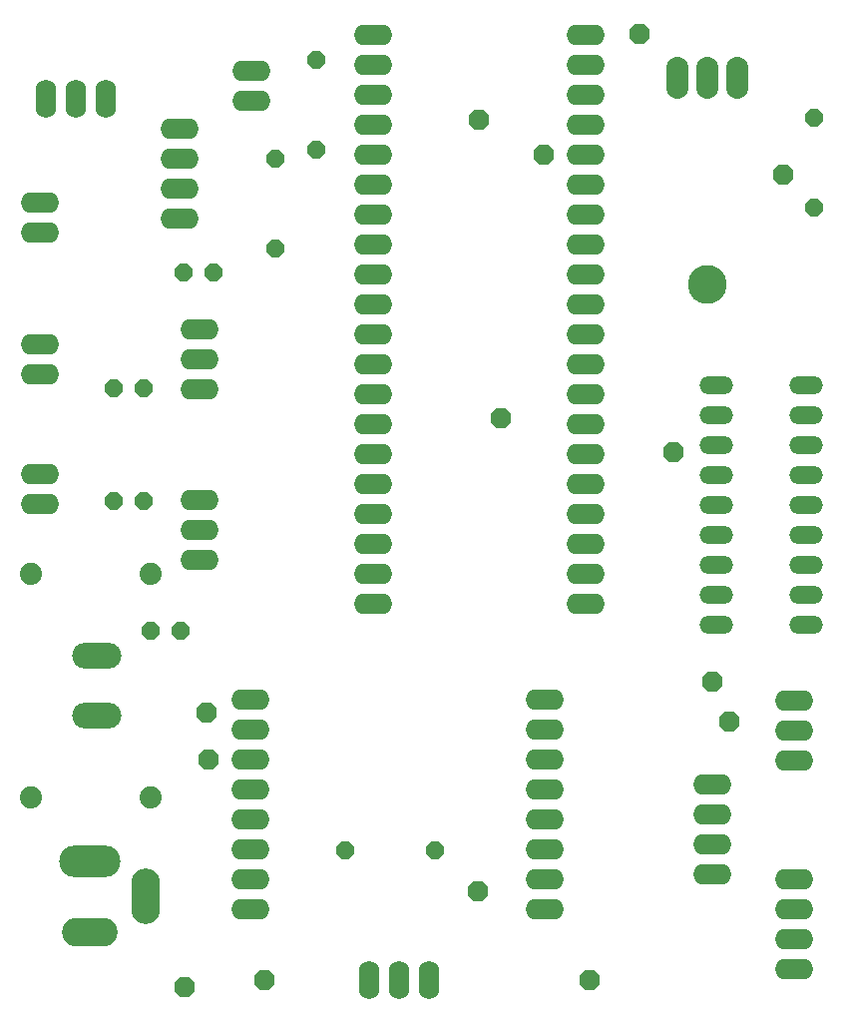
<source format=gbr>
%TF.GenerationSoftware,KiCad,Pcbnew,9.0.2*%
%TF.CreationDate,2025-06-17T11:42:24-05:00*%
%TF.ProjectId,board1,626f6172-6431-42e6-9b69-6361645f7063,rev?*%
%TF.SameCoordinates,Original*%
%TF.FileFunction,Soldermask,Bot*%
%TF.FilePolarity,Negative*%
%FSLAX46Y46*%
G04 Gerber Fmt 4.6, Leading zero omitted, Abs format (unit mm)*
G04 Created by KiCad (PCBNEW 9.0.2) date 2025-06-17 11:42:24*
%MOMM*%
%LPD*%
G01*
G04 APERTURE LIST*
G04 Aperture macros list*
%AMFreePoly0*
4,1,25,0.375350,0.844196,0.387473,0.833842,0.833842,0.387473,0.862349,0.331525,0.863600,0.315631,0.863600,-0.315631,0.844196,-0.375350,0.833842,-0.387473,0.387473,-0.833842,0.331525,-0.862349,0.315631,-0.863600,-0.315631,-0.863600,-0.375350,-0.844196,-0.387473,-0.833842,-0.833842,-0.387473,-0.862349,-0.331525,-0.863600,-0.315631,-0.863600,0.315631,-0.844196,0.375350,-0.833842,0.387473,
-0.387473,0.833842,-0.331525,0.862349,-0.315631,0.863600,0.315631,0.863600,0.375350,0.844196,0.375350,0.844196,$1*%
%AMFreePoly1*
4,1,25,0.333266,0.742596,0.345389,0.732242,0.732242,0.345389,0.760749,0.289441,0.762000,0.273547,0.762000,-0.273547,0.742596,-0.333266,0.732242,-0.345389,0.345389,-0.732242,0.289441,-0.760749,0.273547,-0.762000,-0.273547,-0.762000,-0.333266,-0.742596,-0.345389,-0.732242,-0.732242,-0.345389,-0.760749,-0.289441,-0.762000,-0.273547,-0.762000,0.273547,-0.742596,0.333266,-0.732242,0.345389,
-0.345389,0.732242,-0.289441,0.760749,-0.273547,0.762000,0.273547,0.762000,0.333266,0.742596,0.333266,0.742596,$1*%
G04 Aperture macros list end*
%ADD10O,3.251200X1.727200*%
%ADD11FreePoly0,0.000000*%
%ADD12FreePoly1,180.000000*%
%ADD13O,5.203200X2.703200*%
%ADD14O,4.703200X2.453200*%
%ADD15O,2.453200X4.703200*%
%ADD16O,2.844800X1.524000*%
%ADD17FreePoly1,90.000000*%
%ADD18FreePoly1,270.000000*%
%ADD19C,1.879600*%
%ADD20O,4.165600X2.184400*%
%ADD21O,1.727200X3.251200*%
%ADD22C,3.302000*%
%ADD23O,1.879600X3.556000*%
G04 APERTURE END LIST*
D10*
%TO.C,REG5V0*%
X129541100Y-97543600D03*
X129541100Y-95003600D03*
X129541100Y-92463600D03*
%TD*%
%TO.C,REG9V0*%
X129541100Y-112043600D03*
X129541100Y-109503600D03*
X129541100Y-106963600D03*
%TD*%
%TO.C,I2C_OUT0*%
X127821100Y-75433600D03*
X127821100Y-77973600D03*
X127821100Y-80513600D03*
X127821100Y-83053600D03*
%TD*%
D11*
%TO.C,VMIC2*%
X179081100Y-79383600D03*
%TD*%
%TO.C,GND1*%
X130101100Y-125023600D03*
%TD*%
D12*
%TO.C,R4*%
X149511100Y-136703600D03*
X141891100Y-136703600D03*
%TD*%
D10*
%TO.C,PWR_BNK0*%
X116001100Y-81733600D03*
X116001100Y-84273600D03*
%TD*%
D13*
%TO.C,UNK12_V0*%
X120201100Y-137603600D03*
D14*
X120201100Y-143603600D03*
D15*
X124901100Y-140603600D03*
%TD*%
D12*
%TO.C,C2*%
X127871100Y-118003600D03*
X125331100Y-118003600D03*
%TD*%
D11*
%TO.C,VCC1*%
X166881100Y-67423600D03*
%TD*%
D10*
%TO.C,_0*%
X133801100Y-123853600D03*
X133801100Y-126393600D03*
X133801100Y-128933600D03*
X133801100Y-131473600D03*
X133801100Y-134013600D03*
X133801100Y-136553600D03*
X133801100Y-139093600D03*
X133801100Y-141633600D03*
%TD*%
D16*
%TO.C,PIC0*%
X180981100Y-117493600D03*
X180981100Y-114953600D03*
X180981100Y-112413600D03*
X180981100Y-109873600D03*
X180981100Y-107333600D03*
X180981100Y-104793600D03*
X180981100Y-102253600D03*
X180981100Y-99713600D03*
X180981100Y-97173600D03*
X173361100Y-97173600D03*
X173361100Y-99713600D03*
X173361100Y-102253600D03*
X173361100Y-104793600D03*
X173361100Y-107333600D03*
X173361100Y-109873600D03*
X173361100Y-112413600D03*
X173361100Y-114953600D03*
X173361100Y-117493600D03*
%TD*%
D11*
%TO.C,UNK3V32*%
X158681100Y-77663600D03*
%TD*%
D12*
%TO.C,C4*%
X130671100Y-87603600D03*
X128131100Y-87603600D03*
%TD*%
D11*
%TO.C,D0_1*%
X155101100Y-100003600D03*
%TD*%
D17*
%TO.C,R3*%
X135941100Y-85633600D03*
X135941100Y-78013600D03*
%TD*%
D11*
%TO.C,GND5*%
X128201100Y-148303600D03*
%TD*%
D10*
%TO.C,.0*%
X162241100Y-67453600D03*
X162241100Y-69993600D03*
X162241100Y-72533600D03*
X162241100Y-75073600D03*
X162241100Y-77613600D03*
X162241100Y-80153600D03*
X162241100Y-82693600D03*
X162241100Y-85233600D03*
X162241100Y-87773600D03*
X162241100Y-90313600D03*
X162241100Y-92853600D03*
X162241100Y-95393600D03*
X162241100Y-97933600D03*
X162241100Y-100473600D03*
X162241100Y-103013600D03*
X162241100Y-105553600D03*
X162241100Y-108093600D03*
X162241100Y-110633600D03*
X162241100Y-113173600D03*
X162241100Y-115713600D03*
%TD*%
D17*
%TO.C,R2*%
X139441100Y-77233600D03*
X139441100Y-69613600D03*
%TD*%
D11*
%TO.C,VCC2*%
X169761100Y-102883600D03*
%TD*%
D10*
%TO.C,V+0*%
X173001100Y-131093600D03*
X173001100Y-133633600D03*
X173001100Y-136173600D03*
X173001100Y-138713600D03*
%TD*%
D18*
%TO.C,R1*%
X181701100Y-74493600D03*
X181701100Y-82113600D03*
%TD*%
D10*
%TO.C,LORA0*%
X158801100Y-123853600D03*
X158801100Y-126393600D03*
X158801100Y-128933600D03*
X158801100Y-131473600D03*
X158801100Y-134013600D03*
X158801100Y-136553600D03*
X158801100Y-139093600D03*
X158801100Y-141633600D03*
%TD*%
D11*
%TO.C,GND2*%
X174501100Y-125703600D03*
%TD*%
D19*
%TO.C,D2*%
X115221100Y-113203600D03*
X125381100Y-113203600D03*
%TD*%
D11*
%TO.C,GND4*%
X153201100Y-74703600D03*
%TD*%
%TO.C,D0_2*%
X153101100Y-140103600D03*
%TD*%
%TO.C,VMIC1*%
X173041100Y-122383600D03*
%TD*%
D10*
%TO.C,RX0*%
X180001100Y-139093600D03*
X180001100Y-141633600D03*
X180001100Y-144173600D03*
X180001100Y-146713600D03*
%TD*%
D11*
%TO.C,UNK3V1*%
X135001100Y-147703600D03*
%TD*%
D10*
%TO.C,V_BAT0*%
X116001100Y-93733600D03*
X116001100Y-96273600D03*
%TD*%
D12*
%TO.C,C1*%
X124771100Y-107003600D03*
X122231100Y-107003600D03*
%TD*%
D10*
%TO.C,A0*%
X180001100Y-123963600D03*
X180001100Y-126503600D03*
X180001100Y-129043600D03*
%TD*%
D20*
%TO.C,V_IN0*%
X120801100Y-120174400D03*
X120801100Y-125203600D03*
%TD*%
D10*
%TO.C,TEST0*%
X133941100Y-70553600D03*
X133941100Y-73093600D03*
%TD*%
D12*
%TO.C,C3*%
X124771100Y-97503600D03*
X122231100Y-97503600D03*
%TD*%
D11*
%TO.C,UNK3V31*%
X130281100Y-128923600D03*
%TD*%
D21*
%TO.C,TMP0*%
X143861100Y-147703600D03*
X146401100Y-147703600D03*
X148941100Y-147703600D03*
%TD*%
D11*
%TO.C,GND3*%
X162601100Y-147703600D03*
%TD*%
D19*
%TO.C,D1*%
X115221100Y-132203600D03*
X125381100Y-132203600D03*
%TD*%
D21*
%TO.C,V_SEL0*%
X121541100Y-72903600D03*
X119001100Y-72903600D03*
X116461100Y-72903600D03*
%TD*%
D10*
%TO.C,BMS0*%
X116001100Y-104733600D03*
X116001100Y-107273600D03*
%TD*%
D22*
%TO.C,Q1*%
X172611100Y-88629600D03*
D23*
X175151100Y-71103600D03*
X172611100Y-71103600D03*
X170071100Y-71103600D03*
%TD*%
D10*
%TO.C,PI_PICO0*%
X144241100Y-67453600D03*
X144241100Y-69993600D03*
X144241100Y-72533600D03*
X144241100Y-75073600D03*
X144241100Y-77613600D03*
X144241100Y-80153600D03*
X144241100Y-82693600D03*
X144241100Y-85233600D03*
X144241100Y-87773600D03*
X144241100Y-90313600D03*
X144241100Y-92853600D03*
X144241100Y-95393600D03*
X144241100Y-97933600D03*
X144241100Y-100473600D03*
X144241100Y-103013600D03*
X144241100Y-105553600D03*
X144241100Y-108093600D03*
X144241100Y-110633600D03*
X144241100Y-113173600D03*
X144241100Y-115713600D03*
%TD*%
M02*

</source>
